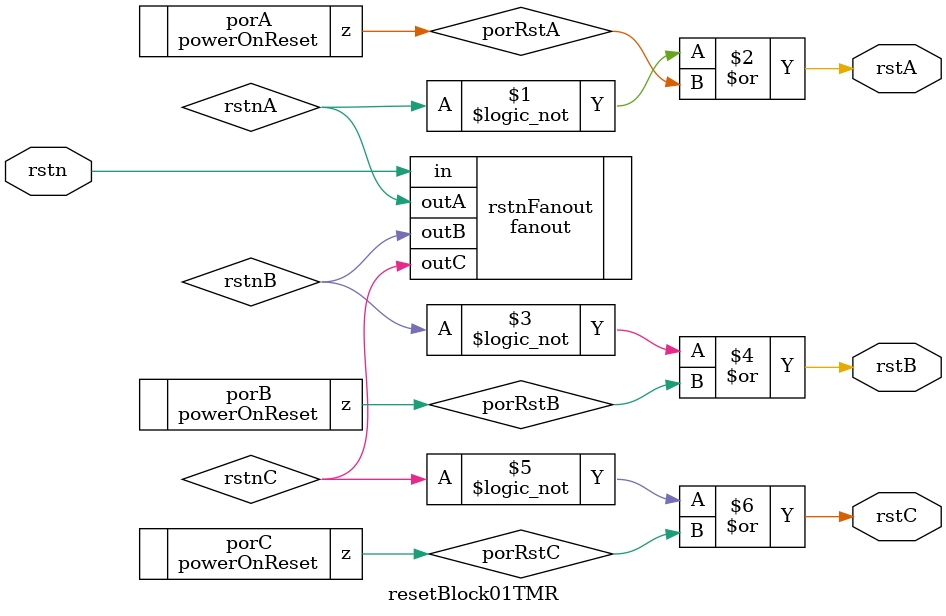
<source format=v>
module powerOnReset(
  z
);
output z;
endmodule
module resetBlock01TMR(
  rstn,
  rstA,
  rstB,
  rstC
);
wire rstnC;
wire rstnB;
wire rstnA;
input rstn;
output rstA;
output rstB;
output rstC;
wire porRstA;
wire porRstB;
wire porRstC;
assign rstA =  !rstnA|porRstA;
assign rstB =  !rstnB|porRstB;
assign rstC =  !rstnC|porRstC;

powerOnReset porA (
  .z(porRstA)
);

powerOnReset porB (
  .z(porRstB)
);

powerOnReset porC (
  .z(porRstC)
);

fanout rstnFanout (
  .in(rstn),
  .outA(rstnA),
  .outB(rstnB),
  .outC(rstnC)
);
endmodule

</source>
